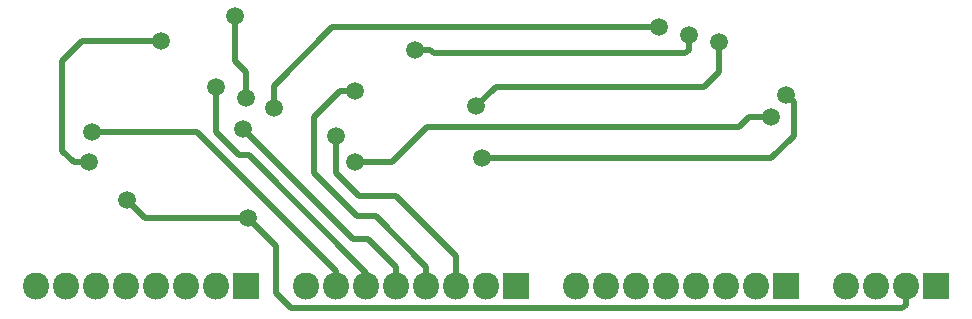
<source format=gbr>
G04 #@! TF.GenerationSoftware,KiCad,Pcbnew,(5.1.8)-1*
G04 #@! TF.CreationDate,2022-10-10T00:41:52+03:00*
G04 #@! TF.ProjectId,AND,414e442e-6b69-4636-9164-5f7063625858,rev?*
G04 #@! TF.SameCoordinates,Original*
G04 #@! TF.FileFunction,Copper,L2,Bot*
G04 #@! TF.FilePolarity,Positive*
%FSLAX46Y46*%
G04 Gerber Fmt 4.6, Leading zero omitted, Abs format (unit mm)*
G04 Created by KiCad (PCBNEW (5.1.8)-1) date 2022-10-10 00:41:52*
%MOMM*%
%LPD*%
G01*
G04 APERTURE LIST*
G04 #@! TA.AperFunction,ComponentPad*
%ADD10O,2.200000X2.300000*%
G04 #@! TD*
G04 #@! TA.AperFunction,ComponentPad*
%ADD11R,2.200000X2.300000*%
G04 #@! TD*
G04 #@! TA.AperFunction,ViaPad*
%ADD12C,1.500000*%
G04 #@! TD*
G04 #@! TA.AperFunction,Conductor*
%ADD13C,0.500000*%
G04 #@! TD*
G04 APERTURE END LIST*
D10*
X132080000Y-64135000D03*
X134620000Y-64135000D03*
X137160000Y-64135000D03*
D11*
X139700000Y-64135000D03*
D10*
X109220000Y-64135000D03*
X111760000Y-64135000D03*
X114300000Y-64135000D03*
X116840000Y-64135000D03*
X119380000Y-64135000D03*
X121920000Y-64135000D03*
X124460000Y-64135000D03*
D11*
X127000000Y-64135000D03*
D10*
X86360000Y-64135000D03*
X88900000Y-64135000D03*
X91440000Y-64135000D03*
X93980000Y-64135000D03*
X96520000Y-64135000D03*
X99060000Y-64135000D03*
X101600000Y-64135000D03*
D11*
X104140000Y-64135000D03*
D10*
X63500000Y-64135000D03*
X66040000Y-64135000D03*
X68580000Y-64135000D03*
X71120000Y-64135000D03*
X73660000Y-64135000D03*
X76200000Y-64135000D03*
X78740000Y-64135000D03*
D11*
X81280000Y-64135000D03*
D12*
X68262500Y-51117500D03*
X78740000Y-47307500D03*
X81003100Y-50864900D03*
X90487500Y-47625000D03*
X88900000Y-51435000D03*
X71185000Y-56832500D03*
X81417700Y-58358200D03*
X127000000Y-47942500D03*
X101282500Y-53340000D03*
X121285000Y-43497500D03*
X100779700Y-48895000D03*
X125730000Y-49847500D03*
X90487500Y-53657500D03*
X118745000Y-42862500D03*
X95567500Y-44132500D03*
X116205000Y-42227500D03*
X83633400Y-49081600D03*
X81280000Y-48260000D03*
X80327500Y-41275000D03*
X67945000Y-53657500D03*
X74062500Y-43412500D03*
D13*
X88900000Y-62865000D02*
X88900000Y-64135000D01*
X77152500Y-51117500D02*
X88900000Y-62865000D01*
X68262500Y-51117500D02*
X77152500Y-51117500D01*
X91440000Y-62999300D02*
X91440000Y-64135000D01*
X81530350Y-53089650D02*
X91440000Y-62999300D01*
X80712150Y-53089650D02*
X81530350Y-53089650D01*
X78740000Y-51117500D02*
X80712150Y-53089650D01*
X78740000Y-47307500D02*
X78740000Y-51117500D01*
X93980000Y-64135000D02*
X93980000Y-62535000D01*
X93980000Y-62535000D02*
X93967500Y-62535000D01*
X91610900Y-60178400D02*
X90316600Y-60178400D01*
X93967500Y-62535000D02*
X91610900Y-60178400D01*
X90316600Y-60178400D02*
X81003100Y-50864900D01*
X89217500Y-47625000D02*
X90487500Y-47625000D01*
X86995000Y-49847500D02*
X89217500Y-47625000D01*
X86995000Y-54610000D02*
X86995000Y-49847500D01*
X90640000Y-58255000D02*
X86995000Y-54610000D01*
X92240000Y-58255000D02*
X90640000Y-58255000D01*
X96520000Y-62535000D02*
X92240000Y-58255000D01*
X96520000Y-64135000D02*
X96520000Y-62535000D01*
X99060000Y-61595000D02*
X99060000Y-64135000D01*
X90805000Y-56515000D02*
X93980000Y-56515000D01*
X93980000Y-56515000D02*
X99060000Y-61595000D01*
X88900000Y-54610000D02*
X90805000Y-56515000D01*
X88900000Y-51435000D02*
X88900000Y-54610000D01*
X72710700Y-58358200D02*
X71185000Y-56832500D01*
X81417700Y-58358200D02*
X72710700Y-58358200D01*
X83820000Y-60760500D02*
X81417700Y-58358200D01*
X83820000Y-63817500D02*
X83820000Y-60760500D01*
X83812700Y-63824800D02*
X83820000Y-63817500D01*
X83812700Y-64762700D02*
X83812700Y-63824800D01*
X85090000Y-66040000D02*
X83812700Y-64762700D01*
X136842500Y-66040000D02*
X85090000Y-66040000D01*
X137160000Y-65722500D02*
X136842500Y-66040000D01*
X137160000Y-64135000D02*
X137160000Y-65722500D01*
X127635000Y-48577500D02*
X127000000Y-47942500D01*
X127635000Y-51435000D02*
X127635000Y-48577500D01*
X125730000Y-53340000D02*
X127635000Y-51435000D01*
X101282500Y-53340000D02*
X125730000Y-53340000D01*
X121285000Y-46037500D02*
X121285000Y-43497500D01*
X120041550Y-47280950D02*
X121285000Y-46037500D01*
X102393750Y-47280950D02*
X120041550Y-47280950D01*
X100779700Y-48895000D02*
X102393750Y-47280950D01*
X123825000Y-49847500D02*
X125730000Y-49847500D01*
X122969700Y-50702800D02*
X123825000Y-49847500D01*
X96617200Y-50702800D02*
X122969700Y-50702800D01*
X93662500Y-53657500D02*
X96617200Y-50702800D01*
X90487500Y-53657500D02*
X93662500Y-53657500D01*
X118745000Y-44132500D02*
X118745000Y-42862500D01*
X118427500Y-44450000D02*
X118745000Y-44132500D01*
X96837500Y-44132500D02*
X97155000Y-44450000D01*
X95567500Y-44132500D02*
X96837500Y-44132500D01*
X97155000Y-44450000D02*
X118427500Y-44450000D01*
X83633400Y-47176600D02*
X83633400Y-49081600D01*
X88582500Y-42227500D02*
X83633400Y-47176600D01*
X116205000Y-42227500D02*
X88582500Y-42227500D01*
X80327500Y-45085000D02*
X81280000Y-46037500D01*
X80327500Y-41275000D02*
X80327500Y-45085000D01*
X81280000Y-46037500D02*
X81280000Y-48260000D01*
X65722500Y-52705000D02*
X66675000Y-53657500D01*
X66675000Y-53657500D02*
X67945000Y-53657500D01*
X65722500Y-45085000D02*
X65722500Y-52705000D01*
X67395000Y-43412500D02*
X65722500Y-45085000D01*
X74062500Y-43412500D02*
X67395000Y-43412500D01*
M02*

</source>
